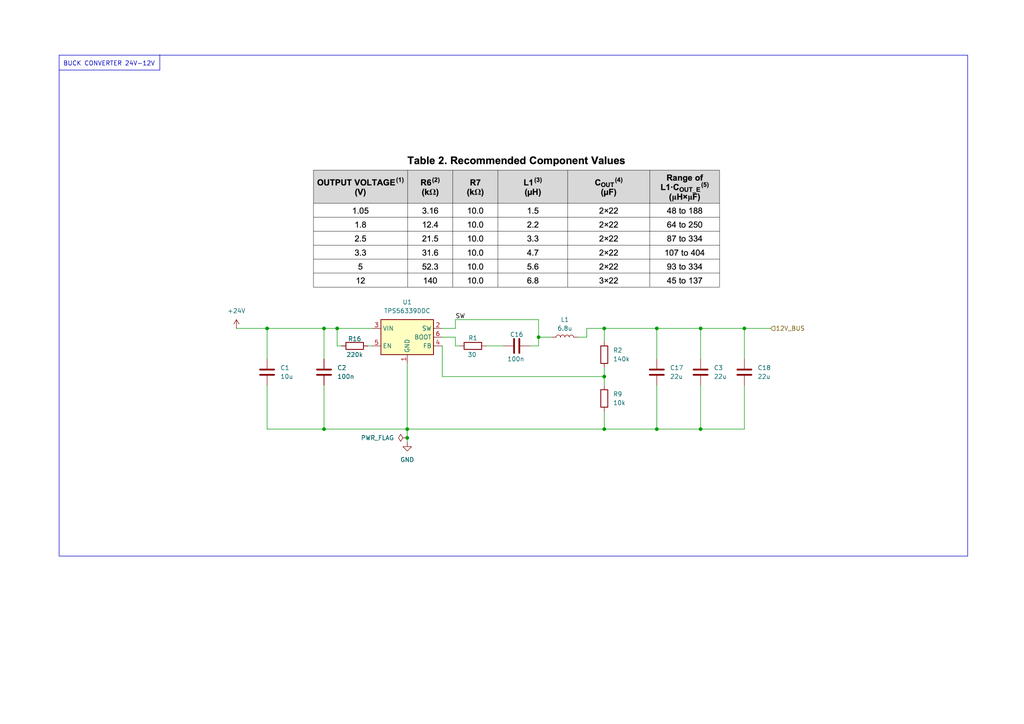
<source format=kicad_sch>
(kicad_sch (version 20250114) (generator "eeschema") (generator_version "9.0")
  (paper "A4")
  (lib_symbols
    (symbol "Device:C" (pin_numbers (hide yes)) (pin_names (offset 0.254))
      (property "Reference" "C" (at 0.635 2.54 0))
      (property "Value" "C" (at 0.635 -2.54 0))
      (symbol "C_0_1"
        (polyline (pts (xy -2.032 0.762) (xy 2.032 0.762)) (stroke (width 0.508)))
        (polyline (pts (xy -2.032 -0.762) (xy 2.032 -0.762)) (stroke (width 0.508)))
      )
      (symbol "C_1_1"
        (pin passive line (at 0 3.81 270) (length 2.794) (name "~") (number "1"))
        (pin passive line (at 0 -3.81 90) (length 2.794) (name "~") (number "2"))
      )
    )
    (symbol "Device:L" (pin_numbers (hide yes)) (pin_names (offset 1.016) (hide yes))
      (property "Reference" "L" (at -1.27 0 90))
      (property "Value" "L" (at 1.905 0 90))
      (symbol "L_0_1"
        (arc (start 0 2.54) (mid 0.6323 1.905) (end 0 1.27))
        (arc (start 0 1.27) (mid 0.6323 0.635) (end 0 0))
        (arc (start 0 0) (mid 0.6323 -0.635) (end 0 -1.27))
        (arc (start 0 -1.27) (mid 0.6323 -1.905) (end 0 -2.54))
      )
      (symbol "L_1_1"
        (pin passive line (at 0 3.81 270) (length 1.27) (name "1") (number "1"))
        (pin passive line (at 0 -3.81 90) (length 1.27) (name "2") (number "2"))
      )
    )
    (symbol "Device:R" (pin_numbers (hide yes)) (pin_names (offset 0))
      (property "Reference" "R" (at 2.032 0 90))
      (property "Value" "R" (at 0 0 90))
      (symbol "R_0_1"
        (rectangle (start -1.016 -2.54) (end 1.016 2.54) (stroke (width 0.254)))
      )
      (symbol "R_1_1"
        (pin passive line (at 0 3.81 270) (length 1.27) (name "~") (number "1"))
        (pin passive line (at 0 -3.81 90) (length 1.27) (name "~") (number "2"))
      )
    )
    (symbol "Regulator_Switching:TPS56339DDC"
      (property "Reference" "U" (at -7.62 6.35 0))
      (property "Value" "TPS56339DDC" (at -2.54 6.35 0))
      (symbol "TPS56339DDC_0_1"
        (rectangle (start -7.62 5.08) (end 7.62 -5.08) (stroke (width 0.254)) (fill (type background)))
      )
      (symbol "TPS56339DDC_1_1"
        (pin power_in line (at -10.16 2.54 0) (length 2.54) (name "VIN") (number "3"))
        (pin input line (at -10.16 -2.54 0) (length 2.54) (name "EN") (number "5"))
        (pin power_in line (at 0 -7.62 90) (length 2.54) (name "GND") (number "1"))
        (pin power_out line (at 10.16 2.54 180) (length 2.54) (name "SW") (number "2"))
        (pin passive line (at 10.16 0 180) (length 2.54) (name "BOOT") (number "6"))
        (pin input line (at 10.16 -2.54 180) (length 2.54) (name "FB") (number "4"))
      )
    )
    (symbol "power:+24V" (power) (pin_numbers (hide yes)) (pin_names (offset 0) (hide yes))
      (property "Value" "+24V" (at 0 3.556 0))
      (symbol "+24V_0_1"
        (polyline (pts (xy -0.762 1.27) (xy 0 2.54)))
        (polyline (pts (xy 0 2.54) (xy 0.762 1.27)))
        (polyline (pts (xy 0 0) (xy 0 2.54)))
      )
      (symbol "+24V_1_1"
        (pin power_in line (at 0 0 90) (length 0) (name "~") (number "1"))
      )
    )
    (symbol "power:GND" (power) (pin_numbers (hide yes)) (pin_names (offset 0) (hide yes))
      (property "Value" "GND" (at 0 -3.81 0))
      (symbol "GND_0_1"
        (polyline (pts (xy 0 0) (xy 0 -1.27) (xy 1.27 -1.27) (xy 0 -2.54) (xy -1.27 -1.27) (xy 0 -1.27)))
      )
      (symbol "GND_1_1"
        (pin power_in line (at 0 0 270) (length 0) (name "~") (number "1"))
      )
    )
    (symbol "power:PWR_FLAG" (power) (pin_numbers (hide yes)) (pin_names (offset 0) (hide yes))
      (property "Value" "PWR_FLAG" (at 0 3.81 0))
      (symbol "PWR_FLAG_0_0"
        (pin power_out line (at 0 0 90) (length 0) (name "~") (number "1"))
      )
      (symbol "PWR_FLAG_0_1"
        (polyline (pts (xy 0 0) (xy 0 1.27) (xy -1.016 1.905) (xy 0 2.54) (xy 1.016 1.905) (xy 0 1.27)))
      )
    )
  )
  (rectangle (start 17.145 16.002) (end 280.67 161.29))
  (text "BUCK CONVERTER 24V-12V" (at 18.288 19.304 0) (effects (font (size 1.27 1.27)) (justify left bottom)))
  (junction (at 77.47 95.25))
  (junction (at 190.5 95.25))
  (junction (at 97.79 95.25))
  (junction (at 156.21 97.79))
  (junction (at 175.26 109.22))
  (junction (at 118.11 124.46))
  (junction (at 118.11 127))
  (junction (at 175.26 95.25))
  (junction (at 215.9 95.25))
  (junction (at 203.2 124.46))
  (junction (at 175.26 124.46))
  (junction (at 93.98 124.46))
  (junction (at 203.2 95.25))
  (junction (at 93.98 95.25))
  (junction (at 190.5 124.46))
  (wire (pts (xy 107.95 100.33) (xy 106.68 100.33)))
  (polyline (pts (xy 17.145 20.32) (xy 46.355 20.32)))
  (wire (pts (xy 190.5 95.25) (xy 203.2 95.25)))
  (wire (pts (xy 118.11 124.46) (xy 175.26 124.46)))
  (wire (pts (xy 93.98 111.76) (xy 93.98 124.46)))
  (wire (pts (xy 203.2 95.25) (xy 203.2 104.14)))
  (wire (pts (xy 132.08 97.79) (xy 128.27 97.79)))
  (wire (pts (xy 77.47 111.76) (xy 77.47 124.46)))
  (wire (pts (xy 77.47 95.25) (xy 77.47 104.14)))
  (wire (pts (xy 170.18 95.25) (xy 170.18 97.79)))
  (wire (pts (xy 132.08 100.33) (xy 133.35 100.33)))
  (wire (pts (xy 93.98 124.46) (xy 118.11 124.46)))
  (wire (pts (xy 97.79 95.25) (xy 97.79 100.33)))
  (wire (pts (xy 68.58 95.25) (xy 77.47 95.25)))
  (wire (pts (xy 190.5 111.76) (xy 190.5 124.46)))
  (wire (pts (xy 97.79 95.25) (xy 107.95 95.25)))
  (wire (pts (xy 215.9 95.25) (xy 215.9 104.14)))
  (wire (pts (xy 77.47 95.25) (xy 93.98 95.25)))
  (wire (pts (xy 175.26 95.25) (xy 190.5 95.25)))
  (wire (pts (xy 156.21 100.33) (xy 156.21 97.79)))
  (wire (pts (xy 93.98 95.25) (xy 97.79 95.25)))
  (wire (pts (xy 132.08 92.71) (xy 156.21 92.71)))
  (wire (pts (xy 118.11 127) (xy 118.11 128.27)))
  (wire (pts (xy 132.08 95.25) (xy 128.27 95.25)))
  (wire (pts (xy 175.26 109.22) (xy 175.26 111.76)))
  (wire (pts (xy 156.21 97.79) (xy 160.02 97.79)))
  (wire (pts (xy 190.5 95.25) (xy 190.5 104.14)))
  (wire (pts (xy 170.18 95.25) (xy 175.26 95.25)))
  (wire (pts (xy 140.97 100.33) (xy 146.05 100.33)))
  (wire (pts (xy 203.2 95.25) (xy 215.9 95.25)))
  (wire (pts (xy 175.26 124.46) (xy 190.5 124.46)))
  (wire (pts (xy 167.64 97.79) (xy 170.18 97.79)))
  (wire (pts (xy 215.9 124.46) (xy 203.2 124.46)))
  (polyline (pts (xy 46.355 15.875) (xy 46.355 20.32)))
  (wire (pts (xy 215.9 111.76) (xy 215.9 124.46)))
  (wire (pts (xy 77.47 124.46) (xy 93.98 124.46)))
  (wire (pts (xy 99.06 100.33) (xy 97.79 100.33)))
  (wire (pts (xy 132.08 92.71) (xy 132.08 95.25)))
  (wire (pts (xy 175.26 119.38) (xy 175.26 124.46)))
  (wire (pts (xy 118.11 105.41) (xy 118.11 124.46)))
  (wire (pts (xy 175.26 95.25) (xy 175.26 99.06)))
  (wire (pts (xy 118.11 124.46) (xy 118.11 127)))
  (wire (pts (xy 93.98 95.25) (xy 93.98 104.14)))
  (wire (pts (xy 175.26 106.68) (xy 175.26 109.22)))
  (wire (pts (xy 153.67 100.33) (xy 156.21 100.33)))
  (wire (pts (xy 156.21 92.71) (xy 156.21 97.79)))
  (wire (pts (xy 203.2 124.46) (xy 190.5 124.46)))
  (wire (pts (xy 128.27 109.22) (xy 175.26 109.22)))
  (wire (pts (xy 128.27 109.22) (xy 128.27 100.33)))
  (wire (pts (xy 215.9 95.25) (xy 223.52 95.25)))
  (wire (pts (xy 132.08 100.33) (xy 132.08 97.79)))
  (wire (pts (xy 203.2 111.76) (xy 203.2 124.46)))
  (image (at 149.86 64.77) (scale 0.278996))
  (label "SW" (at 132.08 92.71 0))
  (hierarchical_label "12V_BUS" (shape input) (at 223.52 95.25 0))
  (symbol (lib_id "power:GND") (at 118.11 128.27 0) (unit 1)
    (property "Reference" "#PWR02" (effects (hide yes)))
    (property "Value" "GND" (at 118.11 133.35 0))
    (property "Description" "Power symbol creates a global label with name \"GND\" , ground" (effects (hide yes)))
  )
  (symbol (lib_id "Device:R") (at 175.26 115.57 0) (unit 1)
    (property "Reference" "R9" (at 177.8 114.2999 0) (effects (justify left)))
    (property "Value" "10k" (at 177.8 116.8399 0) (effects (justify left)))
    (property "Footprint" "Resistor_SMD:R_0603_1608Metric_Pad0.98x0.95mm_HandSolder" (effects (hide yes)))
    (property "Description" "Resistor" (effects (hide yes)))
    (property "Manufacturer_Part_Number" "CRCW060310K0FKEI " (effects (hide yes)))
  )
  (symbol (lib_id "Device:C") (at 93.98 107.95 0) (unit 1)
    (property "Reference" "C2" (at 97.79 106.6799 0) (effects (justify left)))
    (property "Value" "100n" (at 97.79 109.2199 0) (effects (justify left)))
    (property "Footprint" "Capacitor_SMD:C_0603_1608Metric_Pad1.08x0.95mm_HandSolder" (effects (hide yes)))
    (property "Description" "Unpolarized capacitor" (effects (hide yes)))
    (property "Manufacturer_Part_Number" "MLASH168SB7104KTNA01" (effects (hide yes)))
  )
  (symbol (lib_id "Device:R") (at 102.87 100.33 90) (unit 1)
    (property "Reference" "R16" (at 102.87 98.298 90))
    (property "Value" "220k" (at 102.87 102.87 90))
    (property "Footprint" "Resistor_SMD:R_0603_1608Metric_Pad0.98x0.95mm_HandSolder" (effects (hide yes)))
    (property "Description" "Resistor" (effects (hide yes)))
  )
  (symbol (lib_id "Device:R") (at 175.26 102.87 0) (unit 1)
    (property "Reference" "R2" (at 177.8 101.5999 0) (effects (justify left)))
    (property "Value" "140k" (at 177.8 104.1399 0) (effects (justify left)))
    (property "Footprint" "Resistor_SMD:R_0603_1608Metric_Pad0.98x0.95mm_HandSolder" (effects (hide yes)))
    (property "Description" "Resistor" (effects (hide yes)))
  )
  (symbol (lib_id "Device:C") (at 190.5 107.95 0) (unit 1)
    (property "Reference" "C17" (at 194.31 106.6799 0) (effects (justify left)))
    (property "Value" "22u" (at 194.31 109.2199 0) (effects (justify left)))
    (property "Footprint" "Capacitor_SMD:C_0805_2012Metric_Pad1.18x1.45mm_HandSolder" (effects (hide yes)))
    (property "Description" "Unpolarized capacitor" (effects (hide yes)))
  )
  (symbol (lib_id "Device:C") (at 215.9 107.95 0) (unit 1)
    (property "Reference" "C18" (at 219.71 106.6799 0) (effects (justify left)))
    (property "Value" "22u" (at 219.71 109.2199 0) (effects (justify left)))
    (property "Footprint" "Capacitor_SMD:C_0805_2012Metric_Pad1.18x1.45mm_HandSolder" (effects (hide yes)))
    (property "Description" "Unpolarized capacitor" (effects (hide yes)))
  )
  (symbol (lib_id "power:+24V") (at 68.58 95.25 0) (unit 1)
    (property "Reference" "#PWR01" (effects (hide yes)))
    (property "Value" "+24V" (at 68.58 90.17 0))
    (property "Description" "Power symbol creates a global label with name \"+24V\"" (effects (hide yes)))
  )
  (symbol (lib_id "Device:R") (at 137.16 100.33 90) (unit 1)
    (property "Reference" "R1" (at 137.16 98.044 90))
    (property "Value" "30" (at 136.906 102.87 90))
    (property "Footprint" "Resistor_SMD:R_0603_1608Metric_Pad0.98x0.95mm_HandSolder" (effects (hide yes)))
    (property "Description" "Resistor" (effects (hide yes)))
  )
  (symbol (lib_id "Regulator_Switching:TPS56339DDC") (at 118.11 97.79 0) (unit 1)
    (property "Reference" "U1" (at 118.11 87.63 0))
    (property "Value" "TPS56339DDC" (at 118.11 90.17 0))
    (property "Footprint" "Package_TO_SOT_SMD:SOT-23-6" (effects (hide yes)))
    (property "Datasheet" "https://www.ti.com/lit/ds/symlink/tps56339.pdf" (effects (hide yes)))
    (property "Description" "4.5V to 24V Input, 3-A Output Synchronous Buck Converter, SOT-23-6" (effects (hide yes)))
    (property "Mouser Part Number" "595-TPS56339DDCR" (effects (hide yes)))
  )
  (symbol (lib_id "Device:C") (at 77.47 107.95 0) (unit 1)
    (property "Reference" "C1" (at 81.28 106.6799 0) (effects (justify left)))
    (property "Value" "10u" (at 81.28 109.2199 0) (effects (justify left)))
    (property "Footprint" "Capacitor_SMD:C_0805_2012Metric_Pad1.18x1.45mm_HandSolder" (effects (hide yes)))
    (property "Description" "Unpolarized capacitor" (effects (hide yes)))
    (property "Manufacturer_Part_Number" "GRM21BR61H106KE43K" (effects (hide yes)))
  )
  (symbol (lib_id "Device:C") (at 203.2 107.95 0) (unit 1)
    (property "Reference" "C3" (at 207.01 106.6799 0) (effects (justify left)))
    (property "Value" "22u" (at 207.01 109.2199 0) (effects (justify left)))
    (property "Footprint" "Capacitor_SMD:C_0805_2012Metric_Pad1.18x1.45mm_HandSolder" (effects (hide yes)))
    (property "Description" "Unpolarized capacitor" (effects (hide yes)))
  )
  (symbol (lib_id "power:PWR_FLAG") (at 118.11 127 90) (unit 1)
    (property "Reference" "#FLG02" (effects (hide yes)))
    (property "Value" "PWR_FLAG" (at 114.3 126.9999 90) (effects (justify left)))
    (property "Description" "Special symbol for telling ERC where power comes from" (effects (hide yes)))
  )
  (symbol (lib_id "Device:L") (at 163.83 97.79 90) (unit 1)
    (property "Reference" "L1" (at 163.83 92.71 90))
    (property "Value" "6.8u" (at 163.83 95.25 90))
    (property "Footprint" "Inductor_SMD:L_6.3x6.3_H3" (effects (hide yes)))
    (property "Description" "Inductor" (effects (hide yes)))
    (property "Mouser Part Number" "80-MPEV1D0630L6R8" (effects (hide yes)))
  )
  (symbol (lib_id "Device:C") (at 149.86 100.33 90) (unit 1)
    (property "Reference" "C16" (at 149.86 97.028 90))
    (property "Value" "100n" (at 149.606 104.14 90))
    (property "Footprint" "Capacitor_SMD:C_0603_1608Metric_Pad1.08x0.95mm_HandSolder" (effects (hide yes)))
    (property "Description" "Unpolarized capacitor" (effects (hide yes)))
    (property "Manufacturer_Part_Number" "MLASH168SB7104KTNA01" (effects (hide yes)))
  )
)
</source>
